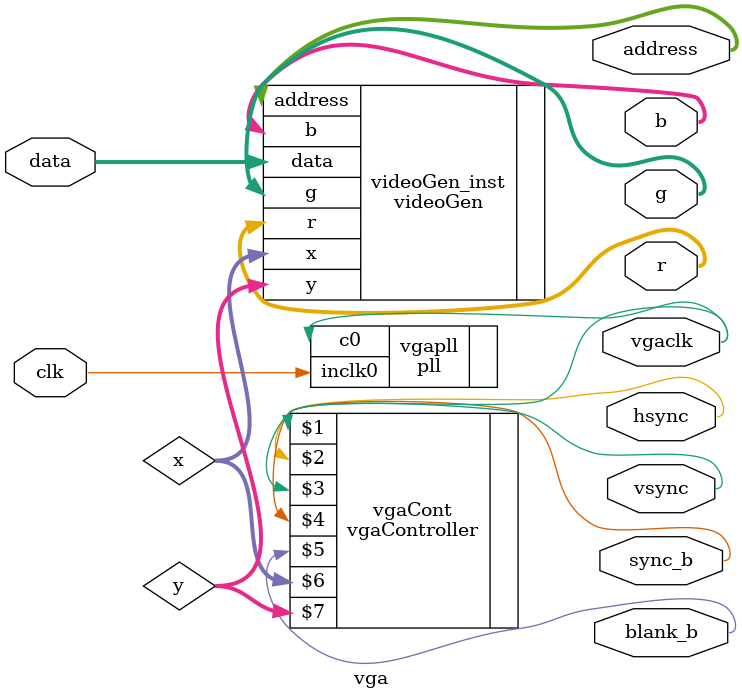
<source format=sv>
module vga(
    input logic clk,
    output logic vgaclk, // 25.175 MHz VGA clock
    output logic hsync, vsync,
    output logic sync_b, blank_b, // To monitor & DAC
    output logic [7:0] r, g, b, // To video DAC,
    output logic [8:0] address,
    input logic [31:0] data
);

    logic [9:0] x,y;

    // Use a PLL to create the 25.175 MHz VGA pixel clock
    // 25.175 MHz clk period = 39.772 ns
    // Screen is 800 clocks wide by 525 tall, but only 640 x 480 used
    // HSync = 1/(39.772 ns *800) = 31.470 kHz
    // Vsync = 31.474 kHz / 525 = 59.94 Hz (~60 Hz refresh rate)
    pll vgapll(.inclk0(clk), .c0(vgaclk));
    // Generate monitor timing signals
    vgaController vgaCont(vgaclk, hsync, vsync, sync_b, blank_b, x, y);

    // Instantiate videoGen module
    videoGen videoGen_inst (
        .x(x),
        .y(y),
        .r(r),
        .g(g),
        .b(b),
        .address(address),
        .data(data)
    );

endmodule

</source>
